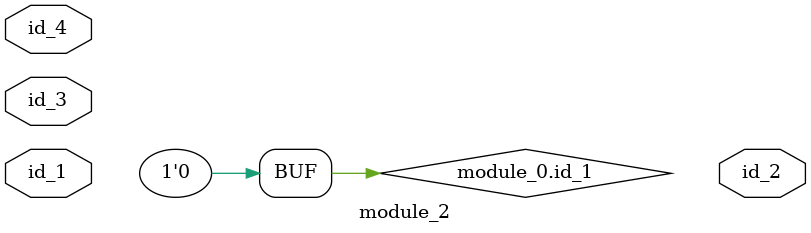
<source format=v>
module module_0 ();
  assign id_1 = 1;
  wire id_2;
  parameter id_3 = 1;
  wire id_4;
  wire id_5;
  module_2 modCall_1 (
      id_4,
      id_4,
      id_5,
      id_4
  );
  assign id_1 = id_3;
  wire id_6, id_7;
  parameter id_8 = -1'h0;
endmodule
module module_1 ();
  reg id_1;
  module_0 modCall_1 ();
  always id_2 <= id_1;
  assign id_1 = 1;
endmodule
module module_2 (
    id_1,
    id_2,
    id_3,
    id_4
);
  inout wire id_4;
  input wire id_3;
  output wire id_2;
  inout wire id_1;
  wire id_5, id_6;
  assign module_0.id_1 = 0;
endmodule

</source>
